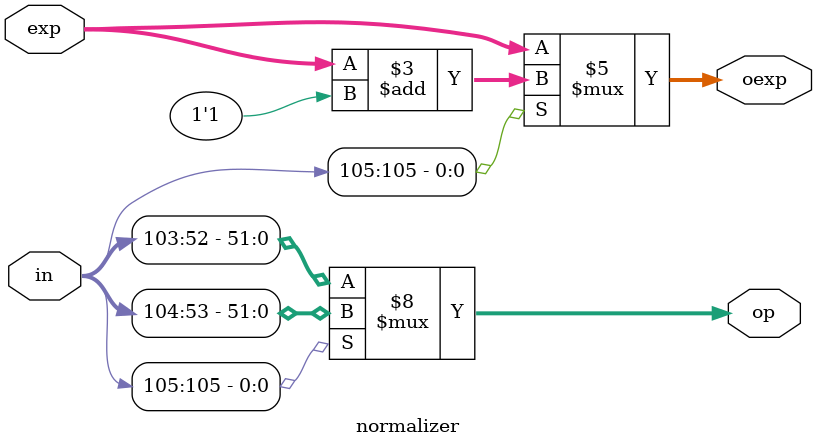
<source format=v>
`timescale 1ns / 1ps


module normalizer(oexp,op,in,exp);
input [105:0] in;
input [10:0] exp;
output reg [51:0] op;
output reg [10:0] oexp;
always @(*)
    if(in[105]==1)
    begin
        op <= in[104:53];
        oexp <= exp+1'd1;
    end
    else
    begin
        op <= in[103:52];
        oexp<=exp;
    end
endmodule

</source>
